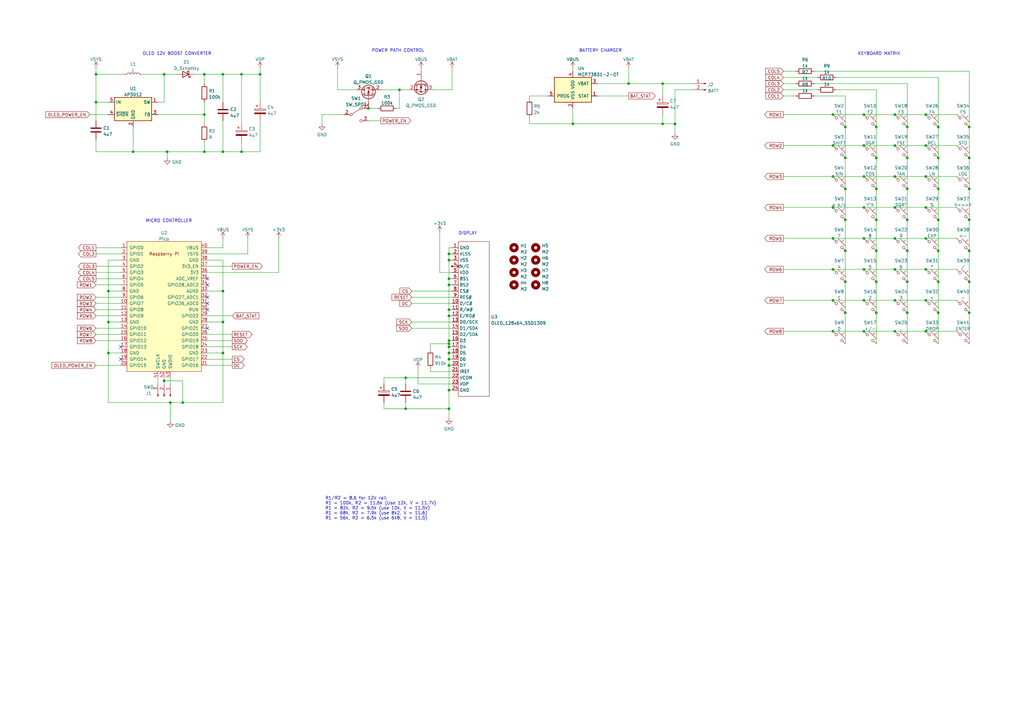
<source format=kicad_sch>
(kicad_sch (version 20211123) (generator eeschema)
  (paper "A3")
  (junction (at 346.71 90.17))
  (junction (at 44.45 132.08))
  (junction (at 184.15 147.32))
  (junction (at 346.71 115.57))
  (junction (at 68.58 62.23))
  (junction (at 184.15 106.68))
  (junction (at 354.33 46.99))
  (junction (at 341.63 110.49))
  (junction (at 372.11 77.47))
  (junction (at 379.73 97.79))
  (junction (at 67.31 156.21))
  (junction (at 359.41 128.27))
  (junction (at 379.73 123.19))
  (junction (at 39.37 30.48))
  (junction (at 91.44 62.23))
  (junction (at 354.33 123.19))
  (junction (at 379.73 46.99))
  (junction (at 372.11 102.87))
  (junction (at 379.73 59.69))
  (junction (at 184.15 142.24))
  (junction (at 372.11 128.27))
  (junction (at 397.51 128.27))
  (junction (at 346.71 128.27))
  (junction (at 359.41 52.07))
  (junction (at 67.31 30.48))
  (junction (at 271.78 34.29))
  (junction (at 384.81 102.87))
  (junction (at 384.81 64.77))
  (junction (at 271.78 50.8))
  (junction (at 69.85 165.1))
  (junction (at 234.95 50.8))
  (junction (at 346.71 102.87))
  (junction (at 184.15 127))
  (junction (at 372.11 115.57))
  (junction (at 367.03 72.39))
  (junction (at 379.73 135.89))
  (junction (at 354.33 85.09))
  (junction (at 184.15 139.7))
  (junction (at 354.33 97.79))
  (junction (at 354.33 135.89))
  (junction (at 341.63 97.79))
  (junction (at 397.51 102.87))
  (junction (at 367.03 59.69))
  (junction (at 397.51 64.77))
  (junction (at 379.73 85.09))
  (junction (at 379.73 72.39))
  (junction (at 367.03 135.89))
  (junction (at 83.82 62.23))
  (junction (at 166.37 154.94))
  (junction (at 367.03 46.99))
  (junction (at 91.44 30.48))
  (junction (at 367.03 85.09))
  (junction (at 341.63 72.39))
  (junction (at 346.71 64.77))
  (junction (at 367.03 123.19))
  (junction (at 359.41 77.47))
  (junction (at 367.03 110.49))
  (junction (at 74.93 165.1))
  (junction (at 184.15 144.78))
  (junction (at 367.03 97.79))
  (junction (at 384.81 77.47))
  (junction (at 151.13 44.45))
  (junction (at 346.71 52.07))
  (junction (at 354.33 59.69))
  (junction (at 359.41 115.57))
  (junction (at 359.41 64.77))
  (junction (at 184.15 160.02))
  (junction (at 341.63 59.69))
  (junction (at 184.15 116.84))
  (junction (at 83.82 30.48))
  (junction (at 99.06 30.48))
  (junction (at 341.63 85.09))
  (junction (at 44.45 144.78))
  (junction (at 384.81 128.27))
  (junction (at 372.11 90.17))
  (junction (at 184.15 114.3))
  (junction (at 91.44 132.08))
  (junction (at 346.71 77.47))
  (junction (at 91.44 119.38))
  (junction (at 359.41 90.17))
  (junction (at 397.51 77.47))
  (junction (at 372.11 64.77))
  (junction (at 354.33 110.49))
  (junction (at 341.63 123.19))
  (junction (at 184.15 129.54))
  (junction (at 184.15 149.86))
  (junction (at 39.37 41.91))
  (junction (at 397.51 90.17))
  (junction (at 384.81 90.17))
  (junction (at 166.37 167.64))
  (junction (at 276.86 50.8))
  (junction (at 91.44 144.78))
  (junction (at 106.68 30.48))
  (junction (at 384.81 115.57))
  (junction (at 384.81 52.07))
  (junction (at 184.15 140.97))
  (junction (at 54.61 62.23))
  (junction (at 184.15 104.14))
  (junction (at 397.51 115.57))
  (junction (at 99.06 62.23))
  (junction (at 354.33 72.39))
  (junction (at 341.63 135.89))
  (junction (at 341.63 46.99))
  (junction (at 163.83 36.83))
  (junction (at 372.11 52.07))
  (junction (at 397.51 52.07))
  (junction (at 83.82 46.99))
  (junction (at 359.41 102.87))
  (junction (at 44.45 119.38))
  (junction (at 379.73 110.49))
  (junction (at 184.15 167.64))
  (junction (at 257.81 34.29))
  (no_connect (at 85.09 127))
  (no_connect (at 85.09 124.46))
  (no_connect (at 85.09 121.92))
  (no_connect (at 85.09 116.84))
  (no_connect (at 85.09 114.3))
  (no_connect (at 85.09 134.62))
  (no_connect (at 49.53 142.24))
  (no_connect (at 49.53 147.32))
  (wire (pts (xy 184.15 114.3) (xy 185.42 114.3)))
  (wire (pts (xy 341.63 59.69) (xy 354.33 59.69)))
  (wire (pts (xy 44.45 119.38) (xy 44.45 132.08)))
  (wire (pts (xy 397.51 128.27) (xy 397.51 115.57)))
  (wire (pts (xy 341.63 110.49) (xy 354.33 110.49)))
  (wire (pts (xy 359.41 77.47) (xy 359.41 64.77)))
  (wire (pts (xy 271.78 34.29) (xy 271.78 39.37)))
  (wire (pts (xy 346.71 128.27) (xy 346.71 115.57)))
  (wire (pts (xy 91.44 101.6) (xy 85.09 101.6)))
  (wire (pts (xy 68.58 62.23) (xy 68.58 64.77)))
  (wire (pts (xy 359.41 128.27) (xy 359.41 115.57)))
  (wire (pts (xy 49.53 106.68) (xy 44.45 106.68)))
  (wire (pts (xy 384.81 64.77) (xy 384.81 52.07)))
  (wire (pts (xy 321.31 46.99) (xy 341.63 46.99)))
  (wire (pts (xy 91.44 97.79) (xy 91.44 101.6)))
  (wire (pts (xy 379.73 72.39) (xy 392.43 72.39)))
  (wire (pts (xy 168.91 134.62) (xy 185.42 134.62)))
  (wire (pts (xy 397.51 52.07) (xy 397.51 29.21)))
  (wire (pts (xy 341.63 85.09) (xy 354.33 85.09)))
  (wire (pts (xy 44.45 119.38) (xy 49.53 119.38)))
  (wire (pts (xy 138.43 36.83) (xy 146.05 36.83)))
  (wire (pts (xy 91.44 132.08) (xy 91.44 144.78)))
  (wire (pts (xy 184.15 142.24) (xy 185.42 142.24)))
  (wire (pts (xy 367.03 110.49) (xy 379.73 110.49)))
  (wire (pts (xy 334.01 39.37) (xy 346.71 39.37)))
  (wire (pts (xy 39.37 111.76) (xy 49.53 111.76)))
  (wire (pts (xy 157.48 154.94) (xy 166.37 154.94)))
  (wire (pts (xy 276.86 36.83) (xy 276.86 50.8)))
  (wire (pts (xy 224.79 39.37) (xy 217.17 39.37)))
  (wire (pts (xy 80.01 30.48) (xy 83.82 30.48)))
  (wire (pts (xy 384.81 128.27) (xy 384.81 115.57)))
  (wire (pts (xy 346.71 77.47) (xy 346.71 64.77)))
  (wire (pts (xy 44.45 144.78) (xy 44.45 165.1)))
  (wire (pts (xy 379.73 97.79) (xy 392.43 97.79)))
  (wire (pts (xy 185.42 154.94) (xy 166.37 154.94)))
  (wire (pts (xy 276.86 50.8) (xy 276.86 54.61)))
  (wire (pts (xy 334.01 29.21) (xy 397.51 29.21)))
  (wire (pts (xy 166.37 165.1) (xy 166.37 167.64)))
  (wire (pts (xy 271.78 34.29) (xy 284.48 34.29)))
  (wire (pts (xy 85.09 137.16) (xy 95.25 137.16)))
  (wire (pts (xy 172.72 27.94) (xy 172.72 29.21)))
  (wire (pts (xy 367.03 59.69) (xy 379.73 59.69)))
  (wire (pts (xy 67.31 154.94) (xy 67.31 156.21)))
  (wire (pts (xy 91.44 62.23) (xy 99.06 62.23)))
  (wire (pts (xy 184.15 147.32) (xy 185.42 147.32)))
  (wire (pts (xy 346.71 64.77) (xy 346.71 52.07)))
  (wire (pts (xy 39.37 121.92) (xy 49.53 121.92)))
  (wire (pts (xy 359.41 140.97) (xy 359.41 128.27)))
  (wire (pts (xy 321.31 135.89) (xy 341.63 135.89)))
  (wire (pts (xy 177.8 36.83) (xy 185.42 36.83)))
  (wire (pts (xy 185.42 132.08) (xy 168.91 132.08)))
  (wire (pts (xy 39.37 139.7) (xy 49.53 139.7)))
  (wire (pts (xy 372.11 90.17) (xy 372.11 77.47)))
  (wire (pts (xy 39.37 114.3) (xy 49.53 114.3)))
  (wire (pts (xy 354.33 72.39) (xy 367.03 72.39)))
  (wire (pts (xy 64.77 154.94) (xy 64.77 157.48)))
  (wire (pts (xy 85.09 129.54) (xy 95.25 129.54)))
  (wire (pts (xy 372.11 140.97) (xy 372.11 128.27)))
  (wire (pts (xy 379.73 110.49) (xy 392.43 110.49)))
  (wire (pts (xy 91.44 144.78) (xy 91.44 165.1)))
  (wire (pts (xy 39.37 137.16) (xy 49.53 137.16)))
  (wire (pts (xy 157.48 167.64) (xy 166.37 167.64)))
  (wire (pts (xy 184.15 144.78) (xy 185.42 144.78)))
  (wire (pts (xy 341.63 46.99) (xy 354.33 46.99)))
  (wire (pts (xy 91.44 119.38) (xy 91.44 132.08)))
  (wire (pts (xy 217.17 39.37) (xy 217.17 40.64)))
  (wire (pts (xy 354.33 85.09) (xy 367.03 85.09)))
  (wire (pts (xy 184.15 101.6) (xy 185.42 101.6)))
  (wire (pts (xy 372.11 102.87) (xy 372.11 90.17)))
  (wire (pts (xy 101.6 104.14) (xy 85.09 104.14)))
  (wire (pts (xy 74.93 165.1) (xy 91.44 165.1)))
  (wire (pts (xy 180.34 111.76) (xy 185.42 111.76)))
  (wire (pts (xy 85.09 139.7) (xy 95.25 139.7)))
  (wire (pts (xy 372.11 52.07) (xy 372.11 34.29)))
  (wire (pts (xy 379.73 85.09) (xy 392.43 85.09)))
  (wire (pts (xy 367.03 97.79) (xy 379.73 97.79)))
  (wire (pts (xy 166.37 154.94) (xy 166.37 157.48)))
  (wire (pts (xy 69.85 165.1) (xy 74.93 165.1)))
  (wire (pts (xy 379.73 59.69) (xy 392.43 59.69)))
  (wire (pts (xy 67.31 41.91) (xy 67.31 30.48)))
  (wire (pts (xy 384.81 140.97) (xy 384.81 128.27)))
  (wire (pts (xy 354.33 123.19) (xy 367.03 123.19)))
  (wire (pts (xy 58.42 30.48) (xy 67.31 30.48)))
  (wire (pts (xy 151.13 49.53) (xy 156.21 49.53)))
  (wire (pts (xy 397.51 90.17) (xy 397.51 77.47)))
  (wire (pts (xy 321.31 97.79) (xy 341.63 97.79)))
  (wire (pts (xy 151.13 44.45) (xy 154.94 44.45)))
  (wire (pts (xy 397.51 64.77) (xy 397.51 52.07)))
  (wire (pts (xy 39.37 134.62) (xy 49.53 134.62)))
  (wire (pts (xy 54.61 52.07) (xy 54.61 62.23)))
  (wire (pts (xy 346.71 102.87) (xy 346.71 90.17)))
  (wire (pts (xy 234.95 50.8) (xy 271.78 50.8)))
  (wire (pts (xy 184.15 160.02) (xy 185.42 160.02)))
  (wire (pts (xy 184.15 160.02) (xy 184.15 167.64)))
  (wire (pts (xy 354.33 110.49) (xy 367.03 110.49)))
  (wire (pts (xy 321.31 85.09) (xy 341.63 85.09)))
  (wire (pts (xy 163.83 36.83) (xy 163.83 44.45)))
  (wire (pts (xy 39.37 124.46) (xy 49.53 124.46)))
  (wire (pts (xy 321.31 31.75) (xy 335.28 31.75)))
  (wire (pts (xy 85.09 147.32) (xy 95.25 147.32)))
  (wire (pts (xy 184.15 140.97) (xy 176.53 140.97)))
  (wire (pts (xy 184.15 149.86) (xy 184.15 160.02)))
  (wire (pts (xy 384.81 52.07) (xy 384.81 31.75)))
  (wire (pts (xy 346.71 140.97) (xy 346.71 128.27)))
  (wire (pts (xy 234.95 27.94) (xy 234.95 29.21)))
  (wire (pts (xy 372.11 64.77) (xy 372.11 52.07)))
  (wire (pts (xy 91.44 30.48) (xy 91.44 41.91)))
  (wire (pts (xy 346.71 115.57) (xy 346.71 102.87)))
  (wire (pts (xy 185.42 27.94) (xy 185.42 36.83)))
  (wire (pts (xy 64.77 46.99) (xy 83.82 46.99)))
  (wire (pts (xy 359.41 52.07) (xy 359.41 36.83)))
  (wire (pts (xy 354.33 46.99) (xy 367.03 46.99)))
  (wire (pts (xy 176.53 152.4) (xy 176.53 151.13)))
  (wire (pts (xy 341.63 72.39) (xy 354.33 72.39)))
  (wire (pts (xy 85.09 111.76) (xy 114.3 111.76)))
  (wire (pts (xy 321.31 36.83) (xy 335.28 36.83)))
  (wire (pts (xy 397.51 102.87) (xy 397.51 90.17)))
  (wire (pts (xy 163.83 44.45) (xy 162.56 44.45)))
  (wire (pts (xy 91.44 49.53) (xy 91.44 62.23)))
  (wire (pts (xy 342.9 31.75) (xy 384.81 31.75)))
  (wire (pts (xy 99.06 62.23) (xy 99.06 58.42)))
  (wire (pts (xy 185.42 116.84) (xy 184.15 116.84)))
  (wire (pts (xy 140.97 46.99) (xy 132.08 46.99)))
  (wire (pts (xy 39.37 30.48) (xy 39.37 41.91)))
  (wire (pts (xy 106.68 27.94) (xy 106.68 30.48)))
  (wire (pts (xy 39.37 41.91) (xy 44.45 41.91)))
  (wire (pts (xy 184.15 129.54) (xy 185.42 129.54)))
  (wire (pts (xy 185.42 106.68) (xy 184.15 106.68)))
  (wire (pts (xy 184.15 114.3) (xy 184.15 116.84)))
  (wire (pts (xy 257.81 34.29) (xy 271.78 34.29)))
  (wire (pts (xy 321.31 29.21) (xy 326.39 29.21)))
  (wire (pts (xy 346.71 90.17) (xy 346.71 77.47)))
  (wire (pts (xy 342.9 36.83) (xy 359.41 36.83)))
  (wire (pts (xy 85.09 132.08) (xy 91.44 132.08)))
  (wire (pts (xy 321.31 39.37) (xy 326.39 39.37)))
  (wire (pts (xy 83.82 62.23) (xy 91.44 62.23)))
  (wire (pts (xy 397.51 115.57) (xy 397.51 102.87)))
  (wire (pts (xy 354.33 59.69) (xy 367.03 59.69)))
  (wire (pts (xy 359.41 64.77) (xy 359.41 52.07)))
  (wire (pts (xy 83.82 30.48) (xy 91.44 30.48)))
  (wire (pts (xy 321.31 59.69) (xy 341.63 59.69)))
  (wire (pts (xy 39.37 116.84) (xy 49.53 116.84)))
  (wire (pts (xy 157.48 165.1) (xy 157.48 167.64)))
  (wire (pts (xy 83.82 41.91) (xy 83.82 46.99)))
  (wire (pts (xy 184.15 149.86) (xy 185.42 149.86)))
  (wire (pts (xy 245.11 39.37) (xy 257.81 39.37)))
  (wire (pts (xy 106.68 30.48) (xy 99.06 30.48)))
  (wire (pts (xy 69.85 154.94) (xy 69.85 157.48)))
  (wire (pts (xy 185.42 119.38) (xy 168.91 119.38)))
  (wire (pts (xy 372.11 77.47) (xy 372.11 64.77)))
  (wire (pts (xy 367.03 85.09) (xy 379.73 85.09)))
  (wire (pts (xy 321.31 72.39) (xy 341.63 72.39)))
  (wire (pts (xy 367.03 72.39) (xy 379.73 72.39)))
  (wire (pts (xy 85.09 142.24) (xy 95.25 142.24)))
  (wire (pts (xy 157.48 154.94) (xy 157.48 157.48)))
  (wire (pts (xy 384.81 90.17) (xy 384.81 77.47)))
  (wire (pts (xy 156.21 36.83) (xy 163.83 36.83)))
  (wire (pts (xy 106.68 49.53) (xy 106.68 62.23)))
  (wire (pts (xy 184.15 127) (xy 184.15 129.54)))
  (wire (pts (xy 85.09 149.86) (xy 95.25 149.86)))
  (wire (pts (xy 367.03 46.99) (xy 379.73 46.99)))
  (wire (pts (xy 101.6 97.79) (xy 101.6 104.14)))
  (wire (pts (xy 44.45 165.1) (xy 69.85 165.1)))
  (wire (pts (xy 99.06 50.8) (xy 99.06 30.48)))
  (wire (pts (xy 185.42 127) (xy 184.15 127)))
  (wire (pts (xy 184.15 106.68) (xy 184.15 114.3)))
  (wire (pts (xy 184.15 104.14) (xy 184.15 101.6)))
  (wire (pts (xy 176.53 140.97) (xy 176.53 143.51)))
  (wire (pts (xy 321.31 123.19) (xy 341.63 123.19)))
  (wire (pts (xy 68.58 62.23) (xy 83.82 62.23)))
  (wire (pts (xy 114.3 97.79) (xy 114.3 111.76)))
  (wire (pts (xy 384.81 115.57) (xy 384.81 102.87)))
  (wire (pts (xy 44.45 132.08) (xy 49.53 132.08)))
  (wire (pts (xy 271.78 50.8) (xy 276.86 50.8)))
  (wire (pts (xy 85.09 144.78) (xy 91.44 144.78)))
  (wire (pts (xy 354.33 97.79) (xy 367.03 97.79)))
  (wire (pts (xy 185.42 121.92) (xy 168.91 121.92)))
  (wire (pts (xy 44.45 144.78) (xy 49.53 144.78)))
  (wire (pts (xy 85.09 109.22) (xy 95.25 109.22)))
  (wire (pts (xy 69.85 165.1) (xy 69.85 172.72)))
  (wire (pts (xy 384.81 77.47) (xy 384.81 64.77)))
  (wire (pts (xy 185.42 157.48) (xy 171.45 157.48)))
  (wire (pts (xy 74.93 156.21) (xy 74.93 165.1)))
  (wire (pts (xy 217.17 50.8) (xy 234.95 50.8)))
  (wire (pts (xy 39.37 129.54) (xy 49.53 129.54)))
  (wire (pts (xy 83.82 46.99) (xy 83.82 50.8)))
  (wire (pts (xy 39.37 41.91) (xy 39.37 49.53)))
  (wire (pts (xy 184.15 144.78) (xy 184.15 147.32)))
  (wire (pts (xy 166.37 167.64) (xy 184.15 167.64)))
  (wire (pts (xy 106.68 41.91) (xy 106.68 30.48)))
  (wire (pts (xy 321.31 110.49) (xy 341.63 110.49)))
  (wire (pts (xy 184.15 116.84) (xy 184.15 127)))
  (wire (pts (xy 39.37 149.86) (xy 49.53 149.86)))
  (wire (pts (xy 245.11 34.29) (xy 257.81 34.29)))
  (wire (pts (xy 83.82 30.48) (xy 83.82 34.29)))
  (wire (pts (xy 397.51 140.97) (xy 397.51 128.27)))
  (wire (pts (xy 184.15 167.64) (xy 184.15 171.45)))
  (wire (pts (xy 217.17 48.26) (xy 217.17 50.8)))
  (wire (pts (xy 91.44 106.68) (xy 91.44 119.38)))
  (wire (pts (xy 39.37 109.22) (xy 49.53 109.22)))
  (wire (pts (xy 184.15 147.32) (xy 184.15 149.86)))
  (wire (pts (xy 234.95 50.8) (xy 234.95 44.45)))
  (wire (pts (xy 321.31 34.29) (xy 326.39 34.29)))
  (wire (pts (xy 379.73 135.89) (xy 392.43 135.89)))
  (wire (pts (xy 64.77 41.91) (xy 67.31 41.91)))
  (wire (pts (xy 163.83 36.83) (xy 167.64 36.83)))
  (wire (pts (xy 184.15 139.7) (xy 185.42 139.7)))
  (wire (pts (xy 359.41 115.57) (xy 359.41 102.87)))
  (wire (pts (xy 346.71 52.07) (xy 346.71 39.37)))
  (wire (pts (xy 359.41 90.17) (xy 359.41 77.47)))
  (wire (pts (xy 184.15 142.24) (xy 184.15 144.78)))
  (wire (pts (xy 67.31 156.21) (xy 74.93 156.21)))
  (wire (pts (xy 85.09 106.68) (xy 91.44 106.68)))
  (wire (pts (xy 39.37 104.14) (xy 49.53 104.14)))
  (wire (pts (xy 185.42 152.4) (xy 176.53 152.4)))
  (wire (pts (xy 379.73 46.99) (xy 392.43 46.99)))
  (wire (pts (xy 36.83 46.99) (xy 44.45 46.99)))
  (wire (pts (xy 367.03 123.19) (xy 379.73 123.19)))
  (wire (pts (xy 39.37 62.23) (xy 54.61 62.23)))
  (wire (pts (xy 359.41 102.87) (xy 359.41 90.17)))
  (wire (pts (xy 85.09 119.38) (xy 91.44 119.38)))
  (wire (pts (xy 184.15 104.14) (xy 184.15 106.68)))
  (wire (pts (xy 185.42 124.46) (xy 168.91 124.46)))
  (wire (pts (xy 106.68 62.23) (xy 99.06 62.23)))
  (wire (pts (xy 334.01 34.29) (xy 372.11 34.29)))
  (wire (pts (xy 341.63 123.19) (xy 354.33 123.19)))
  (wire (pts (xy 257.81 27.94) (xy 257.81 34.29)))
  (wire (pts (xy 284.48 36.83) (xy 276.86 36.83)))
  (wire (pts (xy 384.81 102.87) (xy 384.81 90.17)))
  (wire (pts (xy 180.34 95.25) (xy 180.34 111.76)))
  (wire (pts (xy 99.06 30.48) (xy 91.44 30.48)))
  (wire (pts (xy 132.08 46.99) (xy 132.08 50.8)))
  (wire (pts (xy 171.45 151.13) (xy 171.45 157.48)))
  (wire (pts (xy 44.45 106.68) (xy 44.45 119.38)))
  (wire (pts (xy 379.73 123.19) (xy 392.43 123.19)))
  (wire (pts (xy 39.37 30.48) (xy 50.8 30.48)))
  (wire (pts (xy 184.15 129.54) (xy 184.15 139.7)))
  (wire (pts (xy 39.37 57.15) (xy 39.37 62.23)))
  (wire (pts (xy 271.78 46.99) (xy 271.78 50.8)))
  (wire (pts (xy 39.37 127) (xy 49.53 127)))
  (wire (pts (xy 138.43 27.94) (xy 138.43 36.83)))
  (wire (pts (xy 372.11 128.27) (xy 372.11 115.57)))
  (wire (pts (xy 367.03 135.89) (xy 379.73 135.89)))
  (wire (pts (xy 397.51 77.47) (xy 397.51 64.77)))
  (wire (pts (xy 184.15 140.97) (xy 184.15 142.24)))
  (wire (pts (xy 83.82 58.42) (xy 83.82 62.23)))
  (wire (pts (xy 341.63 135.89) (xy 354.33 135.89)))
  (wire (pts (xy 185.42 104.14) (xy 184.15 104.14)))
  (wire (pts (xy 67.31 30.48) (xy 72.39 30.48)))
  (wire (pts (xy 39.37 27.94) (xy 39.37 30.48)))
  (wire (pts (xy 39.37 101.6) (xy 49.53 101.6)))
  (wire (pts (xy 184.15 139.7) (xy 184.15 140.97)))
  (wire (pts (xy 68.58 62.23) (xy 54.61 62.23)))
  (wire (pts (xy 67.31 156.21) (xy 67.31 157.48)))
  (wire (pts (xy 44.45 132.08) (xy 44.45 144.78)))
  (wire (pts (xy 341.63 97.79) (xy 354.33 97.79)))
  (wire (pts (xy 354.33 135.89) (xy 367.03 135.89)))
  (wire (pts (xy 372.11 115.57) (xy 372.11 102.87)))
  (text "MICRO CONTROLLER\n" (at 59.69 91.44 0) (effects (font (size 1.27 1.27)) (justify left bottom)))
  (text "POWER PATH CONTROL\n" (at 152.4 21.59 0) (effects (font (size 1.27 1.27)) (justify left bottom)))
  (text "OLED 12V BOOST CONVERTER\n" (at 58.42 22.86 0) (effects (font (size 1.27 1.27)) (justify left bottom)))
  (text "DISPLAY\n" (at 187.96 96.52 0) (effects (font (size 1.27 1.27)) (justify left bottom)))
  (text "BATTERY CHARGER\n" (at 237.49 21.59 0) (effects (font (size 1.27 1.27)) (justify left bottom)))
  (text "R1/R2 = 8.6 for 12V rail\nR1 = 100k, R2 = 11.6k (Use 12k, V = 11.7V)\nR1 = 82k, R2 = 9.5k (use 10k, V = 11.5V)\nR1 = 68k, R2 = 7.9k (use 8k2, V = 11.6)\nR1 = 56k, R2 = 6.5k (use 6k8, V = 11.5)\n" (at 133.35 213.36 0) (effects (font (size 1.27 1.27)) (justify left bottom)))
  (text "KEYBOARD MATRIX\n" (at 351.79 22.86 0) (effects (font (size 1.27 1.27)) (justify left bottom)))
  (global_label "ROW4" (shape output) (at 321.31 85.09 180) (property "Intersheet References" "${INTERSHEET_REFS}" (effects hide)))
  (global_label "COL2" (shape input) (at 321.31 36.83 180) (property "Intersheet References" "${INTERSHEET_REFS}" (effects hide)))
  (global_label "COL3" (shape output) (at 39.37 109.22 180) (property "Intersheet References" "${INTERSHEET_REFS}" (effects hide)))
  (global_label "ROW2" (shape output) (at 321.31 59.69 180) (property "Intersheet References" "${INTERSHEET_REFS}" (effects hide)))
  (global_label "ROW6" (shape output) (at 321.31 110.49 180) (property "Intersheet References" "${INTERSHEET_REFS}" (effects hide)))
  (global_label "COL4" (shape input) (at 321.31 31.75 180) (property "Intersheet References" "${INTERSHEET_REFS}" (effects hide)))
  (global_label "ROW7" (shape output) (at 321.31 123.19 180) (property "Intersheet References" "${INTERSHEET_REFS}" (effects hide)))
  (global_label "COL4" (shape output) (at 39.37 111.76 180) (property "Intersheet References" "${INTERSHEET_REFS}" (effects hide)))
  (global_label "COL2" (shape output) (at 39.37 104.14 180) (property "Intersheet References" "${INTERSHEET_REFS}" (effects hide)))
  (global_label "COL5" (shape output) (at 39.37 114.3 180) (property "Intersheet References" "${INTERSHEET_REFS}" (effects hide)))
  (global_label "DC" (shape output) (at 95.25 149.86 0) (property "Intersheet References" "${INTERSHEET_REFS}" (effects hide)))
  (global_label "ROW2" (shape input) (at 39.37 121.92 180) (property "Intersheet References" "${INTERSHEET_REFS}" (effects hide)))
  (global_label "RESET" (shape input) (at 168.91 121.92 180) (property "Intersheet References" "${INTERSHEET_REFS}" (effects hide)))
  (global_label "DC" (shape input) (at 168.91 124.46 180) (property "Intersheet References" "${INTERSHEET_REFS}" (effects hide)))
  (global_label "ROW5" (shape input) (at 39.37 129.54 180) (property "Intersheet References" "${INTERSHEET_REFS}" (effects hide)))
  (global_label "OLED_POWER_EN" (shape input) (at 39.37 149.86 180) (property "Intersheet References" "${INTERSHEET_REFS}" (effects hide)))
  (global_label "CS" (shape output) (at 95.25 147.32 0) (property "Intersheet References" "${INTERSHEET_REFS}" (effects hide)))
  (global_label "ROW6" (shape input) (at 39.37 134.62 180) (property "Intersheet References" "${INTERSHEET_REFS}" (effects hide)))
  (global_label "ROW3" (shape input) (at 39.37 124.46 180) (property "Intersheet References" "${INTERSHEET_REFS}" (effects hide)))
  (global_label "OLED_POWER_EN" (shape input) (at 36.83 46.99 180) (property "Intersheet References" "${INTERSHEET_REFS}" (effects hide)))
  (global_label "SCK" (shape output) (at 95.25 142.24 0) (property "Intersheet References" "${INTERSHEET_REFS}" (effects hide)))
  (global_label "POWER_EN" (shape output) (at 95.25 109.22 0) (property "Intersheet References" "${INTERSHEET_REFS}" (effects hide)))
  (global_label "ROW7" (shape input) (at 39.37 137.16 180) (property "Intersheet References" "${INTERSHEET_REFS}" (effects hide)))
  (global_label "ROW1" (shape output) (at 321.31 46.99 180) (property "Intersheet References" "${INTERSHEET_REFS}" (effects hide)))
  (global_label "ROW1" (shape input) (at 39.37 116.84 180) (property "Intersheet References" "${INTERSHEET_REFS}" (effects hide)))
  (global_label "BAT_STAT" (shape output) (at 257.81 39.37 0) (property "Intersheet References" "${INTERSHEET_REFS}" (effects hide)))
  (global_label "ROW3" (shape output) (at 321.31 72.39 180) (property "Intersheet References" "${INTERSHEET_REFS}" (effects hide)))
  (global_label "ROW4" (shape input) (at 39.37 127 180) (property "Intersheet References" "${INTERSHEET_REFS}" (effects hide)))
  (global_label "RESET" (shape output) (at 95.25 137.16 0) (property "Intersheet References" "${INTERSHEET_REFS}" (effects hide)))
  (global_label "ROW5" (shape output) (at 321.31 97.79 180) (property "Intersheet References" "${INTERSHEET_REFS}" (effects hide)))
  (global_label "CS" (shape input) (at 168.91 119.38 180) (property "Intersheet References" "${INTERSHEET_REFS}" (effects hide)))
  (global_label "COL3" (shape input) (at 321.31 34.29 180) (property "Intersheet References" "${INTERSHEET_REFS}" (effects hide)))
  (global_label "SCK" (shape input) (at 168.91 132.08 180) (property "Intersheet References" "${INTERSHEET_REFS}" (effects hide)))
  (global_label "SDO" (shape output) (at 95.25 139.7 0) (property "Intersheet References" "${INTERSHEET_REFS}" (effects hide)))
  (global_label "COL5" (shape input) (at 321.31 29.21 180) (property "Intersheet References" "${INTERSHEET_REFS}" (effects hide)))
  (global_label "ROW8" (shape input) (at 39.37 139.7 180) (property "Intersheet References" "${INTERSHEET_REFS}" (effects hide)))
  (global_label "SDO" (shape input) (at 168.91 134.62 180) (property "Intersheet References" "${INTERSHEET_REFS}" (effects hide)))
  (global_label "POWER_EN" (shape output) (at 156.21 49.53 0) (property "Intersheet References" "${INTERSHEET_REFS}" (effects hide)))
  (global_label "COL1" (shape output) (at 39.37 101.6 180) (property "Intersheet References" "${INTERSHEET_REFS}" (effects hide)))
  (global_label "BAT_STAT" (shape input) (at 95.25 129.54 0) (property "Intersheet References" "${INTERSHEET_REFS}" (effects hide)))
  (global_label "COL1" (shape input) (at 321.31 39.37 180) (property "Intersheet References" "${INTERSHEET_REFS}" (effects hide)))
  (global_label "ROW8" (shape output) (at 321.31 135.89 180) (property "Intersheet References" "${INTERSHEET_REFS}" (effects hide)))
  (symbol (lib_id "Switch:SW_Push_45deg") (at 382.27 62.23 0) (unit 1)
    (property "Reference" "SW27" (at 382.27 56.1172 0))
    (property "Value" "RCL" (at 382.27 58.6541 0))
    (property "Footprint" "Button_Switch_THT:SW_PUSH_6mm" (effects hide))
  )
  (symbol (lib_id "Switch:SW_SPDT") (at 146.05 46.99 0) (unit 1)
    (property "Reference" "SW1" (at 146.05 40.3692 0))
    (property "Value" "SW_SPDT" (at 146.05 42.9061 0))
    (property "Footprint" "Button_Switch_SMD:SW_SPDT_CK-JS102011SAQN" (effects hide))
  )
  (symbol (lib_id "Switch:SW_Push_45deg") (at 369.57 125.73 0) (unit 1)
    (property "Reference" "SW24" (at 369.57 119.6172 0))
    (property "Value" "3" (at 369.57 122.1541 0))
    (property "Footprint" "Button_Switch_THT:SW_PUSH_6mm" (effects hide))
  )
  (symbol (lib_id "My Components:VBAT") (at 185.42 27.94 0) (unit 1)
    (property "Reference" "#PWR014" (effects hide))
    (property "Value" "VBAT" (at 185.42 24.3642 0))
  )
  (symbol (lib_id "Device:R") (at 339.09 31.75 90) (unit 1)
    (property "Reference" "R9" (at 339.09 27.0342 90))
    (property "Value" "1k" (at 339.09 29.5711 90))
    (property "Footprint" "Resistor_SMD:R_0603_1608Metric_Pad0.98x0.95mm_HandSolder" (effects hide))
  )
  (symbol (lib_id "Device:R") (at 83.82 54.61 0) (unit 1)
    (property "Reference" "R2" (at 85.598 53.7753 0) (effects (justify left)))
    (property "Value" "R" (at 85.598 56.3122 0) (effects (justify left)))
    (property "Footprint" "Resistor_SMD:R_0603_1608Metric_Pad0.98x0.95mm_HandSolder" (effects hide))
  )
  (symbol (lib_id "Device:Q_PMOS_GSD") (at 151.13 39.37 90) (unit 1)
    (property "Reference" "Q1" (at 151.13 31.2252 90))
    (property "Value" "Q_PMOS_GSD" (at 151.13 33.7621 90))
    (property "Footprint" "Package_TO_SOT_SMD:SOT-23" (effects hide))
  )
  (symbol (lib_id "My Components:VSYS") (at 39.37 27.94 0) (unit 1)
    (property "Reference" "#PWR01" (effects hide))
    (property "Value" "VSYS" (at 39.37 24.3642 0))
  )
  (symbol (lib_id "Switch:SW_Push_45deg") (at 394.97 125.73 0) (unit 1)
    (property "Reference" "SW40" (at 394.97 119.6172 0))
    (property "Value" "-" (at 394.97 122.1541 0))
    (property "Footprint" "Button_Switch_THT:SW_PUSH_6mm" (effects hide))
  )
  (symbol (lib_id "Switch:SW_Push_45deg") (at 356.87 125.73 0) (unit 1)
    (property "Reference" "SW16" (at 356.87 119.6172 0))
    (property "Value" "2" (at 356.87 122.1541 0))
    (property "Footprint" "Button_Switch_THT:SW_PUSH_6mm" (effects hide))
  )
  (symbol (lib_id "My Components:VBAT") (at 257.81 27.94 0) (unit 1)
    (property "Reference" "#PWR016" (effects hide))
    (property "Value" "VBAT" (at 257.81 24.3642 0))
  )
  (symbol (lib_id "Device:C") (at 166.37 161.29 0) (unit 1)
    (property "Reference" "C6" (at 169.291 160.4553 0) (effects (justify left)))
    (property "Value" "4u7" (at 169.291 162.9922 0) (effects (justify left)))
    (property "Footprint" "Capacitor_SMD:C_0805_2012Metric_Pad1.18x1.45mm_HandSolder" (effects hide))
  )
  (symbol (lib_id "My Components:VSYS") (at 138.43 27.94 0) (unit 1)
    (property "Reference" "#PWR09" (effects hide))
    (property "Value" "VSYS" (at 138.43 24.3642 0))
  )
  (symbol (lib_id "power:+3.3V") (at 180.34 95.25 0) (unit 1)
    (property "Reference" "#PWR012" (effects hide))
    (property "Value" "+3.3V" (at 180.34 91.6742 0))
  )
  (symbol (lib_id "Device:C_Polarized") (at 157.48 161.29 0) (unit 1)
    (property "Reference" "C5" (at 160.401 159.5663 0) (effects (justify left)))
    (property "Value" "4u7" (at 160.401 162.1032 0) (effects (justify left)))
    (property "Footprint" "Capacitor_Tantalum_SMD:CP_EIA-3216-18_Kemet-A_Pad1.58x1.35mm_HandSolder" (effects hide))
  )
  (symbol (lib_id "Device:C") (at 91.44 45.72 0) (unit 1)
    (property "Reference" "C2" (at 94.361 44.8853 0) (effects (justify left)))
    (property "Value" "4u7" (at 94.361 47.4222 0) (effects (justify left)))
    (property "Footprint" "Capacitor_SMD:C_0805_2012Metric_Pad1.18x1.45mm_HandSolder" (effects hide))
  )
  (symbol (lib_id "My Components:OLED_128x64_SSD1309") (at 193.04 129.54 0) (unit 1)
    (property "Reference" "U3" (at 201.3712 129.9753 0) (effects (justify left)))
    (property "Value" "OLED_128x64_SSD1309" (at 201.3712 132.5122 0) (effects (justify left)))
    (property "Footprint" "Connector_FFC-FPC:Hirose_FH12-24S-0.5SH_1x24-1MP_P0.50mm_Horizontal" (effects hide))
  )
  (symbol (lib_id "Switch:SW_Push_45deg") (at 382.27 138.43 0) (unit 1)
    (property "Reference" "SW33" (at 382.27 132.3172 0))
    (property "Value" "DROP" (at 382.27 134.8541 0))
    (property "Footprint" "Button_Switch_THT:SW_PUSH_6mm" (effects hide))
  )
  (symbol (lib_id "power:GND") (at 69.85 172.72 0) (mirror y) (unit 1)
    (property "Reference" "#PWR03" (effects hide))
    (property "Value" "GND" (at 71.755 174.4238 0) (effects (justify right)))
  )
  (symbol (lib_id "Switch:SW_Push_45deg") (at 344.17 62.23 0) (unit 1)
    (property "Reference" "SW3" (at 344.17 56.1172 0))
    (property "Value" "SHIFT" (at 344.17 58.6541 0))
    (property "Footprint" "Button_Switch_THT:SW_PUSH_6mm" (effects hide))
  )
  (symbol (lib_id "Device:Q_PMOS_GSD") (at 172.72 34.29 270) (unit 1)
    (property "Reference" "Q2" (at 172.72 40.7654 90))
    (property "Value" "Q_PMOS_GSD" (at 172.72 43.3023 90))
    (property "Footprint" "Package_TO_SOT_SMD:SOT-23" (effects hide))
  )
  (symbol (lib_id "My Components:VSYS") (at 101.6 97.79 0) (unit 1)
    (property "Reference" "#PWR05" (effects hide))
    (property "Value" "VSYS" (at 101.6 94.2142 0))
  )
  (symbol (lib_id "Switch:SW_Push_45deg") (at 369.57 49.53 0) (unit 1)
    (property "Reference" "SW18" (at 369.57 43.4172 0))
    (property "Value" "F3" (at 369.57 45.9541 0))
    (property "Footprint" "Button_Switch_THT:SW_PUSH_6mm" (effects hide))
  )
  (symbol (lib_id "Battery_Management:MCP73831-2-OT") (at 234.95 36.83 0) (unit 1)
    (property "Reference" "U4" (at 236.9694 28.0502 0) (effects (justify left)))
    (property "Value" "MCP73831-2-OT" (at 236.9694 30.5871 0) (effects (justify left)))
    (property "Footprint" "Package_TO_SOT_SMD:SOT-23-5" (effects hide))
    (property "Datasheet" "http://ww1.microchip.com/downloads/en/DeviceDoc/20001984g.pdf" (effects hide))
  )
  (symbol (lib_id "Switch:SW_Push_45deg") (at 369.57 138.43 0) (unit 1)
    (property "Reference" "SW25" (at 369.57 132.3172 0))
    (property "Value" "." (at 369.57 134.8541 0))
    (property "Footprint" "Button_Switch_THT:SW_PUSH_6mm" (effects hide))
  )
  (symbol (lib_id "power:GND") (at 276.86 54.61 0) (mirror y) (unit 1)
    (property "Reference" "#PWR017" (effects hide))
    (property "Value" "GND" (at 276.86 59.0534 0))
  )
  (symbol (lib_id "Device:C_Polarized") (at 99.06 54.61 0) (unit 1)
    (property "Reference" "C3" (at 101.981 52.8863 0) (effects (justify left)))
    (property "Value" "4u7" (at 101.981 55.4232 0) (effects (justify left)))
    (property "Footprint" "Capacitor_Tantalum_SMD:CP_EIA-3216-18_Kemet-A_Pad1.58x1.35mm_HandSolder" (effects hide))
  )
  (symbol (lib_id "Device:L") (at 54.61 30.48 90) (unit 1)
    (property "Reference" "L1" (at 54.61 26.2722 90))
    (property "Value" "L" (at 54.61 28.8091 90))
    (property "Footprint" "Inductor_SMD:L_Taiyo-Yuden_NR-30xx_HandSoldering" (effects hide))
  )
  (symbol (lib_id "Device:R") (at 330.2 29.21 90) (unit 1)
    (property "Reference" "R6" (at 330.2 24.4942 90))
    (property "Value" "1k" (at 330.2 27.0311 90))
    (property "Footprint" "Resistor_SMD:R_0603_1608Metric_Pad0.98x0.95mm_HandSolder" (effects hide))
  )
  (symbol (lib_id "Switch:SW_Push_45deg") (at 382.27 100.33 0) (unit 1)
    (property "Reference" "SW30" (at 382.27 94.2172 0))
    (property "Value" "EXP" (at 382.27 96.7541 0))
    (property "Footprint" "Button_Switch_THT:SW_PUSH_6mm" (effects hide))
  )
  (symbol (lib_id "Device:C_Polarized") (at 271.78 43.18 0) (unit 1)
    (property "Reference" "C7" (at 274.701 41.4563 0) (effects (justify left)))
    (property "Value" "4u7" (at 274.701 43.9932 0) (effects (justify left)))
    (property "Footprint" "Capacitor_Tantalum_SMD:CP_EIA-3216-18_Kemet-A_Pad1.58x1.35mm_HandSolder" (effects hide))
  )
  (symbol (lib_id "Switch:SW_Push_45deg") (at 356.87 49.53 0) (unit 1)
    (property "Reference" "SW10" (at 356.87 43.4172 0))
    (property "Value" "F2" (at 356.87 45.9541 0))
    (property "Footprint" "Button_Switch_THT:SW_PUSH_6mm" (effects hide))
  )
  (symbol (lib_id "power:GND") (at 68.58 64.77 0) (mirror y) (unit 1)
    (property "Reference" "#PWR02" (effects hide))
    (property "Value" "GND" (at 70.485 66.4738 0) (effects (justify right)))
  )
  (symbol (lib_id "power:GND") (at 184.15 171.45 0) (unit 1)
    (property "Reference" "#PWR013" (effects hide))
    (property "Value" "GND" (at 184.15 175.8934 0))
  )
  (symbol (lib_id "Switch:SW_Push_45deg") (at 394.97 74.93 0) (unit 1)
    (property "Reference" "SW36" (at 394.97 68.8172 0))
    (property "Value" "LOG" (at 394.97 71.3541 0))
    (property "Footprint" "Button_Switch_THT:SW_PUSH_6mm" (effects hide))
  )
  (symbol (lib_id "Switch:SW_Push_45deg") (at 344.17 87.63 0) (unit 1)
    (property "Reference" "SW5" (at 344.17 81.5172 0))
    (property "Value" "a b/c" (at 344.17 84.0541 0))
    (property "Footprint" "Button_Switch_THT:SW_PUSH_6mm" (effects hide))
  )
  (symbol (lib_id "Mechanical:MountingHole") (at 219.71 111.76 0) (unit 1)
    (property "Reference" "H7" (at 222.25 110.9253 0) (effects (justify left)))
    (property "Value" "M2" (at 222.25 113.4622 0) (effects (justify left)))
    (property "Footprint" "MountingHole:MountingHole_2.2mm_M2_ISO7380" (effects hide))
  )
  (symbol (lib_id "Connector:Conn_01x03_Male") (at 67.31 162.56 270) (mirror x) (unit 1)
    (property "Reference" "J1" (at 60.96 161.29 90))
    (property "Value" "SWD" (at 60.96 158.75 90))
    (property "Footprint" "Connector_PinHeader_2.54mm:PinHeader_1x03_P2.54mm_Vertical" (effects hide))
  )
  (symbol (lib_id "Switch:SW_Push_45deg") (at 369.57 87.63 0) (unit 1)
    (property "Reference" "SW21" (at 369.57 81.5172 0))
    (property "Value" "SQRT" (at 369.57 84.0541 0))
    (property "Footprint" "Button_Switch_THT:SW_PUSH_6mm" (effects hide))
  )
  (symbol (lib_id "Switch:SW_Push_45deg") (at 394.97 100.33 0) (unit 1)
    (property "Reference" "SW38" (at 394.97 94.2172 0))
    (property "Value" "<-" (at 394.97 96.7541 0))
    (property "Footprint" "Button_Switch_THT:SW_PUSH_6mm" (effects hide))
  )
  (symbol (lib_id "Switch:SW_Push_45deg") (at 382.27 74.93 0) (unit 1)
    (property "Reference" "SW28" (at 382.27 68.8172 0))
    (property "Value" "LN" (at 382.27 71.3541 0))
    (property "Footprint" "Button_Switch_THT:SW_PUSH_6mm" (effects hide))
  )
  (symbol (lib_id "Mechanical:MountingHole") (at 210.82 101.6 0) (unit 1)
    (property "Reference" "H1" (at 213.36 100.7653 0) (effects (justify left)))
    (property "Value" "M2" (at 213.36 103.3022 0) (effects (justify left)))
    (property "Footprint" "MountingHole:MountingHole_2.2mm_M2_ISO7380" (effects hide))
  )
  (symbol (lib_id "My Components:VOP") (at 171.45 151.13 0) (unit 1)
    (property "Reference" "#PWR010" (effects hide))
    (property "Value" "VOP" (at 171.45 147.5542 0))
  )
  (symbol (lib_id "Switch:SW_Push_45deg") (at 356.87 138.43 0) (unit 1)
    (property "Reference" "SW17" (at 356.87 132.3172 0))
    (property "Value" "+/-" (at 356.87 134.8541 0))
    (property "Footprint" "Button_Switch_THT:SW_PUSH_6mm" (effects hide))
  )
  (symbol (lib_id "Switch:SW_Push_45deg") (at 394.97 49.53 0) (unit 1)
    (property "Reference" "SW34" (at 394.97 43.4172 0))
    (property "Value" "F5" (at 394.97 45.9541 0))
    (property "Footprint" "Button_Switch_THT:SW_PUSH_6mm" (effects hide))
  )
  (symbol (lib_id "Switch:SW_Push_45deg") (at 344.17 74.93 0) (unit 1)
    (property "Reference" "SW4" (at 344.17 68.8172 0))
    (property "Value" "SIN" (at 344.17 71.3541 0))
    (property "Footprint" "Button_Switch_THT:SW_PUSH_6mm" (effects hide))
  )
  (symbol (lib_id "Switch:SW_Push_45deg") (at 344.17 138.43 0) (unit 1)
    (property "Reference" "SW9" (at 344.17 132.3172 0))
    (property "Value" "0" (at 344.17 134.8541 0))
    (property "Footprint" "Button_Switch_THT:SW_PUSH_6mm" (effects hide))
  )
  (symbol (lib_id "Switch:SW_Push_45deg") (at 394.97 138.43 0) (unit 1)
    (property "Reference" "SW41" (at 394.97 132.3172 0))
    (property "Value" "ENTER" (at 394.97 134.8541 0))
    (property "Footprint" "Button_Switch_THT:SW_PUSH_6mm" (effects hide))
  )
  (symbol (lib_id "Mechanical:MountingHole") (at 210.82 106.68 0) (unit 1)
    (property "Reference" "H2" (at 213.36 105.8453 0) (effects (justify left)))
    (property "Value" "M2" (at 213.36 108.3822 0) (effects (justify left)))
    (property "Footprint" "MountingHole:MountingHole_2.2mm_M2_ISO7380" (effects hide))
  )
  (symbol (lib_id "Device:R") (at 339.09 36.83 90) (unit 1)
    (property "Reference" "R10" (at 339.09 32.1142 90))
    (property "Value" "1k" (at 339.09 34.6511 90))
    (property "Footprint" "Resistor_SMD:R_0603_1608Metric_Pad0.98x0.95mm_HandSolder" (effects hide))
  )
  (symbol (lib_id "Switch:SW_Push_45deg") (at 382.27 87.63 0) (unit 1)
    (property "Reference" "SW29" (at 382.27 81.5172 0))
    (property "Value" "%" (at 382.27 84.0541 0))
    (property "Footprint" "Button_Switch_THT:SW_PUSH_6mm" (effects hide))
  )
  (symbol (lib_id "Switch:SW_Push_45deg") (at 369.57 74.93 0) (unit 1)
    (property "Reference" "SW20" (at 369.57 68.8172 0))
    (property "Value" "TAN" (at 369.57 71.3541 0))
    (property "Footprint" "Button_Switch_THT:SW_PUSH_6mm" (effects hide))
  )
  (symbol (lib_id "Switch:SW_Push_45deg") (at 344.17 100.33 0) (unit 1)
    (property "Reference" "SW6" (at 344.17 94.2172 0))
    (property "Value" "7" (at 344.17 96.7541 0))
    (property "Footprint" "Button_Switch_THT:SW_PUSH_6mm" (effects hide))
  )
  (symbol (lib_id "Regulator_Switching:AP3012") (at 54.61 44.45 0) (unit 1)
    (property "Reference" "U1" (at 54.61 36.3052 0))
    (property "Value" "AP3012" (at 54.61 38.8421 0))
    (property "Footprint" "Package_TO_SOT_SMD:SOT-23-5" (effects hide))
    (property "Datasheet" "https://www.diodes.com/assets/Datasheets/AP3012.pdf" (effects hide))
  )
  (symbol (lib_id "Switch:SW_Push_45deg") (at 369.57 62.23 0) (unit 1)
    (property "Reference" "SW19" (at 369.57 56.1172 0))
    (property "Value" "FSE" (at 369.57 58.6541 0))
    (property "Footprint" "Button_Switch_THT:SW_PUSH_6mm" (effects hide))
  )
  (symbol (lib_id "Device:R") (at 217.17 44.45 0) (unit 1)
    (property "Reference" "R5" (at 218.948 43.6153 0) (effects (justify left)))
    (property "Value" "2k" (at 218.948 46.1522 0) (effects (justify left)))
    (property "Footprint" "Resistor_SMD:R_0603_1608Metric_Pad0.98x0.95mm_HandSolder" (effects hide))
  )
  (symbol (lib_id "Mechanical:MountingHole") (at 219.71 116.84 0) (unit 1)
    (property "Reference" "H8" (at 222.25 116.0053 0) (effects (justify left)))
    (property "Value" "M2" (at 222.25 118.5422 0) (effects (justify left)))
    (property "Footprint" "MountingHole:MountingHole_2.2mm_M2_ISO7380" (effects hide))
  )
  (symbol (lib_id "Switch:SW_Push_45deg") (at 369.57 113.03 0) (unit 1)
    (property "Reference" "SW23" (at 369.57 106.9172 0))
    (property "Value" "6" (at 369.57 109.4541 0))
    (property "Footprint" "Button_Switch_THT:SW_PUSH_6mm" (effects hide))
  )
  (symbol (lib_id "Device:R") (at 330.2 39.37 90) (unit 1)
    (property "Reference" "R8" (at 330.2 34.6542 90))
    (property "Value" "1k" (at 330.2 37.1911 90))
    (property "Footprint" "Resistor_SMD:R_0603_1608Metric_Pad0.98x0.95mm_HandSolder" (effects hide))
  )
  (symbol (lib_id "Switch:SW_Push_45deg") (at 344.17 49.53 0) (unit 1)
    (property "Reference" "SW2" (at 344.17 43.4172 0))
    (property "Value" "F1" (at 344.17 45.9541 0))
    (property "Footprint" "Button_Switch_THT:SW_PUSH_6mm" (effects hide))
  )
  (symbol (lib_id "RPi_Pico:Pico") (at 67.31 125.73 0) (unit 1)
    (property "Reference" "U2" (at 67.31 95.4872 0))
    (property "Value" "Pico" (at 67.31 98.0241 0))
    (property "Footprint" "Footprints:RPi_Pico_SMD_TH__Reverse_Mount" (effects hide))
  )
  (symbol (lib_id "Device:R") (at 158.75 44.45 90) (unit 1)
    (property "Reference" "R3" (at 158.75 39.7342 90))
    (property "Value" "100k" (at 158.75 42.2711 90))
    (property "Footprint" "Resistor_SMD:R_0603_1608Metric_Pad0.98x0.95mm_HandSolder" (effects hide))
  )
  (symbol (lib_id "Device:R") (at 176.53 147.32 0) (unit 1)
    (property "Reference" "R4" (at 178.308 146.4853 0) (effects (justify left)))
    (property "Value" "910k" (at 178.308 149.0222 0) (effects (justify left)))
    (property "Footprint" "Resistor_SMD:R_0603_1608Metric_Pad0.98x0.95mm_HandSolder" (effects hide))
  )
  (symbol (lib_id "Switch:SW_Push_45deg") (at 356.87 74.93 0) (unit 1)
    (property "Reference" "SW12" (at 356.87 68.8172 0))
    (property "Value" "COS" (at 356.87 71.3541 0))
    (property "Footprint" "Button_Switch_THT:SW_PUSH_6mm" (effects hide))
  )
  (symbol (lib_id "Connector:Conn_01x02_Male") (at 289.56 34.29 0) (mirror y) (unit 1)
    (property "Reference" "J2" (at 290.2712 34.7253 0) (effects (justify right)))
    (property "Value" "BATT" (at 290.2712 37.2622 0) (effects (justify right)))
    (property "Footprint" "Connector_JST:JST_EH_S2B-EH_1x02_P2.50mm_Horizontal" (effects hide))
  )
  (symbol (lib_id "Device:R") (at 330.2 34.29 90) (unit 1)
    (property "Reference" "R7" (at 330.2 29.5742 90))
    (property "Value" "1k" (at 330.2 32.1111 90))
    (property "Footprint" "Resistor_SMD:R_0603_1608Metric_Pad0.98x0.95mm_HandSolder" (effects hide))
  )
  (symbol (lib_id "Switch:SW_Push_45deg") (at 356.87 62.23 0) (unit 1)
    (property "Reference" "SW11" (at 356.87 56.1172 0))
    (property "Value" "DGR" (at 356.87 58.6541 0))
    (property "Footprint" "Button_Switch_THT:SW_PUSH_6mm" (effects hide))
  )
  (symbol (lib_id "Switch:SW_Push_45deg") (at 344.17 125.73 0) (unit 1)
    (property "Reference" "SW8" (at 344.17 119.6172 0))
    (property "Value" "1" (at 344.17 122.1541 0))
    (property "Footprint" "Button_Switch_THT:SW_PUSH_6mm" (effects hide))
  )
  (symbol (lib_id "Switch:SW_Push_45deg") (at 356.87 100.33 0) (unit 1)
    (property "Reference" "SW14" (at 356.87 94.2172 0))
    (property "Value" "8" (at 356.87 96.7541 0))
    (property "Footprint" "Button_Switch_THT:SW_PUSH_6mm" (effects hide))
  )
  (symbol (lib_id "Switch:SW_Push_45deg") (at 382.27 49.53 0) (unit 1)
    (property "Reference" "SW26" (at 382.27 43.4172 0))
    (property "Value" "F4" (at 382.27 45.9541 0))
    (property "Footprint" "Button_Switch_THT:SW_PUSH_6mm" (effects hide))
  )
  (symbol (lib_id "power:GND") (at 132.08 50.8 0) (unit 1)
    (property "Reference" "#PWR08" (effects hide))
    (property "Value" "GND" (at 132.08 55.2434 0))
  )
  (symbol (lib_id "Switch:SW_Push_45deg") (at 382.27 125.73 0) (unit 1)
    (property "Reference" "SW32" (at 382.27 119.6172 0))
    (property "Value" "+" (at 382.27 122.1541 0))
    (property "Footprint" "Button_Switch_THT:SW_PUSH_6mm" (effects hide))
  )
  (symbol (lib_id "Device:C_Polarized") (at 106.68 45.72 0) (unit 1)
    (property "Reference" "C4" (at 109.601 43.9963 0) (effects (justify left)))
    (property "Value" "4u7" (at 109.601 46.5332 0) (effects (justify left)))
    (property "Footprint" "Capacitor_Tantalum_SMD:CP_EIA-3216-18_Kemet-A_Pad1.58x1.35mm_HandSolder" (effects hide))
  )
  (symbol (lib_id "Switch:SW_Push_45deg") (at 356.87 113.03 0) (unit 1)
    (property "Reference" "SW15" (at 356.87 106.9172 0))
    (property "Value" "5" (at 356.87 109.4541 0))
    (property "Footprint" "Button_Switch_THT:SW_PUSH_6mm" (effects hide))
  )
  (symbol (lib_id "Mechanical:MountingHole") (at 219.71 101.6 0) (unit 1)
    (property "Reference" "H5" (at 222.25 100.7653 0) (effects (justify left)))
    (property "Value" "M2" (at 222.25 103.3022 0) (effects (justify left)))
    (property "Footprint" "MountingHole:MountingHole_2.2mm_M2_ISO7380" (effects hide))
  )
  (symbol (lib_id "Mechanical:MountingHole") (at 210.82 116.84 0) (unit 1)
    (property "Reference" "H4" (at 213.36 116.0053 0) (effects (justify left)))
    (property "Value" "M2" (at 213.36 118.5422 0) (effects (justify left)))
    (property "Footprint" "MountingHole:MountingHole_2.2mm_M2_ISO7380" (effects hide))
  )
  (symbol (lib_id "Switch:SW_Push_45deg") (at 356.87 87.63 0) (unit 1)
    (property "Reference" "SW13" (at 356.87 81.5172 0))
    (property "Value" "Y^X" (at 356.87 84.0541 0))
    (property "Footprint" "Button_Switch_THT:SW_PUSH_6mm" (effects hide))
  )
  (symbol (lib_id "Mechanical:MountingHole") (at 210.82 111.76 0) (unit 1)
    (property "Reference" "H3" (at 213.36 110.9253 0) (effects (justify left)))
    (property "Value" "M2" (at 213.36 113.4622 0) (effects (justify left)))
    (property "Footprint" "MountingHole:MountingHole_2.2mm_M2_ISO7380" (effects hide))
  )
  (symbol (lib_id "Switch:SW_Push_45deg") (at 394.97 87.63 0) (unit 1)
    (property "Reference" "SW37" (at 394.97 81.5172 0))
    (property "Value" "X<=>Y" (at 394.97 84.0541 0))
    (property "Footprint" "Button_Switch_THT:SW_PUSH_6mm" (effects hide))
  )
  (symbol (lib_id "Device:D_Schottky") (at 76.2 30.48 180) (unit 1)
    (property "Reference" "D1" (at 76.5175 25.5102 0))
    (property "Value" "D_Schottky" (at 76.5175 28.0471 0))
    (property "Footprint" "Diode_SMD:D_SOD-123" (effects hide))
  )
  (symbol (lib_id "power:VBUS") (at 172.72 27.94 0) (unit 1)
    (property "Reference" "#PWR011" (effects hide))
    (property "Value" "VBUS" (at 172.72 24.3642 0))
  )
  (symbol (lib_id "power:VBUS") (at 234.95 27.94 0) (unit 1)
    (property "Reference" "#PWR015" (effects hide))
    (property "Value" "VBUS" (at 234.95 24.3642 0))
  )
  (symbol (lib_id "Device:R") (at 83.82 38.1 0) (unit 1)
    (property "Reference" "R1" (at 85.598 37.2653 0) (effects (justify left)))
    (property "Value" "100k" (at 85.598 39.8022 0) (effects (justify left)))
    (property "Footprint" "Resistor_SMD:R_0603_1608Metric_Pad0.98x0.95mm_HandSolder" (effects hide))
  )
  (symbol (lib_id "My Components:VOP") (at 106.68 27.94 0) (unit 1)
    (property "Reference" "#PWR06" (effects hide))
    (property "Value" "VOP" (at 106.68 24.3642 0))
  )
  (symbol (lib_id "Switch:SW_Push_45deg") (at 344.17 113.03 0) (unit 1)
    (property "Reference" "SW7" (at 344.17 106.9172 0))
    (property "Value" "4" (at 344.17 109.4541 0))
    (property "Footprint" "Button_Switch_THT:SW_PUSH_6mm" (effects hide))
  )
  (symbol (lib_id "power:VBUS") (at 91.44 97.79 0) (unit 1)
    (property "Reference" "#PWR04" (effects hide))
    (property "Value" "VBUS" (at 91.44 94.2142 0))
  )
  (symbol (lib_id "Switch:SW_Push_45deg") (at 394.97 113.03 0) (unit 1)
    (property "Reference" "SW39" (at 394.97 106.9172 0))
    (property "Value" "/" (at 394.97 109.4541 0))
    (property "Footprint" "Button_Switch_THT:SW_PUSH_6mm" (effects hide))
  )
  (symbol (lib_id "Mechanical:MountingHole") (at 219.71 106.68 0) (unit 1)
    (property "Reference" "H6" (at 222.25 105.8453 0) (effects (justify left)))
    (property "Value" "M2" (at 222.25 108.3822 0) (effects (justify left)))
    (property "Footprint" "MountingHole:MountingHole_2.2mm_M2_ISO7380" (effects hide))
  )
  (symbol (lib_id "power:+3.3V") (at 114.3 97.79 0) (unit 1)
    (property "Reference" "#PWR07" (effects hide))
    (property "Value" "+3.3V" (at 114.3 94.2142 0))
  )
  (symbol (lib_id "Device:C") (at 39.37 53.34 0) (unit 1)
    (property "Reference" "C1" (at 42.291 52.5053 0) (effects (justify left)))
    (property "Value" "4u7" (at 42.291 55.0422 0) (effects (justify left)))
    (property "Footprint" "Capacitor_SMD:C_0805_2012Metric_Pad1.18x1.45mm_HandSolder" (effects hide))
  )
  (symbol (lib_id "Switch:SW_Push_45deg") (at 369.57 100.33 0) (unit 1)
    (property "Reference" "SW22" (at 369.57 94.2172 0))
    (property "Value" "9" (at 369.57 96.7541 0))
    (property "Footprint" "Button_Switch_THT:SW_PUSH_6mm" (effects hide))
  )
  (symbol (lib_id "Switch:SW_Push_45deg") (at 394.97 62.23 0) (unit 1)
    (property "Reference" "SW35" (at 394.97 56.1172 0))
    (property "Value" "STO" (at 394.97 58.6541 0))
    (property "Footprint" "Button_Switch_THT:SW_PUSH_6mm" (effects hide))
  )
  (symbol (lib_id "Switch:SW_Push_45deg") (at 382.27 113.03 0) (unit 1)
    (property "Reference" "SW31" (at 382.27 106.9172 0))
    (property "Value" "*" (at 382.27 109.4541 0))
    (property "Footprint" "Button_Switch_THT:SW_PUSH_6mm" (effects hide))
  )
)
</source>
